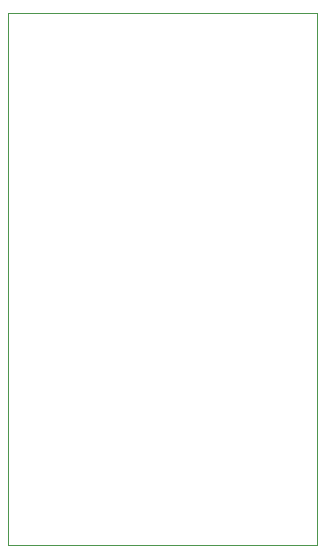
<source format=gm1>
G04 #@! TF.GenerationSoftware,KiCad,Pcbnew,7.0.10-7.0.10~ubuntu20.04.1*
G04 #@! TF.CreationDate,2024-06-08T11:46:56+02:00*
G04 #@! TF.ProjectId,MySMotherboard,4d79534d-6f74-4686-9572-626f6172642e,1.4*
G04 #@! TF.SameCoordinates,Original*
G04 #@! TF.FileFunction,Profile,NP*
%FSLAX46Y46*%
G04 Gerber Fmt 4.6, Leading zero omitted, Abs format (unit mm)*
G04 Created by KiCad (PCBNEW 7.0.10-7.0.10~ubuntu20.04.1) date 2024-06-08 11:46:56*
%MOMM*%
%LPD*%
G01*
G04 APERTURE LIST*
G04 #@! TA.AperFunction,Profile*
%ADD10C,0.050000*%
G04 #@! TD*
G04 APERTURE END LIST*
D10*
X135420100Y-82469100D02*
X135420100Y-127538100D01*
X161582100Y-127538100D02*
X161582100Y-82469100D01*
X161582100Y-82469100D02*
X135420100Y-82469100D01*
X135420100Y-127540000D02*
X161582100Y-127540000D01*
M02*

</source>
